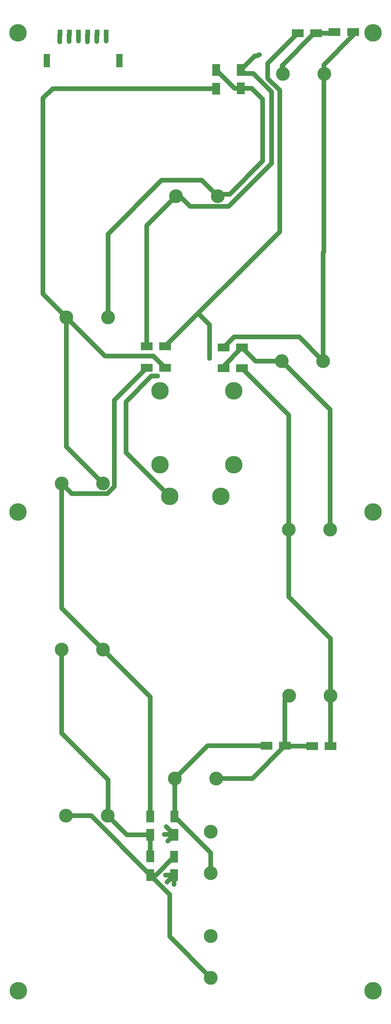
<source format=gtl>
%TF.GenerationSoftware,KiCad,Pcbnew,9.0.1*%
%TF.CreationDate,2025-04-06T17:11:13-07:00*%
%TF.ProjectId,Stationary_X_Panel,53746174-696f-46e6-9172-795f585f5061,1.6*%
%TF.SameCoordinates,Original*%
%TF.FileFunction,Copper,L1,Top*%
%TF.FilePolarity,Positive*%
%FSLAX46Y46*%
G04 Gerber Fmt 4.6, Leading zero omitted, Abs format (unit mm)*
G04 Created by KiCad (PCBNEW 9.0.1) date 2025-04-06 17:11:13*
%MOMM*%
%LPD*%
G01*
G04 APERTURE LIST*
%TA.AperFunction,ComponentPad*%
%ADD10C,2.600000*%
%TD*%
%TA.AperFunction,ConnectorPad*%
%ADD11C,3.800000*%
%TD*%
%TA.AperFunction,ComponentPad*%
%ADD12C,3.000000*%
%TD*%
%TA.AperFunction,SMDPad,CuDef*%
%ADD13R,2.500000X1.700000*%
%TD*%
%TA.AperFunction,SMDPad,CuDef*%
%ADD14R,1.700000X2.500000*%
%TD*%
%TA.AperFunction,SMDPad,CuDef*%
%ADD15R,1.100000X1.450000*%
%TD*%
%TA.AperFunction,SMDPad,CuDef*%
%ADD16R,1.350000X2.900000*%
%TD*%
%TA.AperFunction,ViaPad*%
%ADD17C,0.800000*%
%TD*%
%TA.AperFunction,Conductor*%
%ADD18C,1.000000*%
%TD*%
%TA.AperFunction,Conductor*%
%ADD19C,0.635000*%
%TD*%
G04 APERTURE END LIST*
D10*
%TO.P,H12,1,1*%
%TO.N,GND*%
X109240000Y-127760000D03*
D11*
X109240000Y-127760000D03*
%TD*%
D12*
%TO.P,SC8,1,+*%
%TO.N,Net-(D7-A)*%
X98450000Y-95070000D03*
%TO.P,SC8,2,-*%
%TO.N,Net-(D8-A)*%
X89450000Y-95070000D03*
%TD*%
D13*
%TO.P,D14,1,K*%
%TO.N,VSOLAR*%
X64150000Y-91920000D03*
%TO.P,D14,2,A*%
%TO.N,SC1-6_+*%
X60150000Y-91920000D03*
%TD*%
D14*
%TO.P,D6,1,K*%
%TO.N,Net-(D5-A)*%
X66102000Y-202450000D03*
%TO.P,D6,2,A*%
%TO.N,GND*%
X66102000Y-206450000D03*
%TD*%
D12*
%TO.P,SC2,1,+*%
%TO.N,Net-(D1-A)*%
X51750000Y-85595000D03*
%TO.P,SC2,2,-*%
%TO.N,Net-(D2-A)*%
X42750000Y-85595000D03*
%TD*%
D14*
%TO.P,D4,1,K*%
%TO.N,Net-(D3-A)*%
X60900000Y-193750000D03*
%TO.P,D4,2,A*%
%TO.N,Net-(D4-A)*%
X60900000Y-197750000D03*
%TD*%
%TO.P,D2,1,K*%
%TO.N,Net-(D1-A)*%
X75250000Y-32050000D03*
%TO.P,D2,2,A*%
%TO.N,Net-(D2-A)*%
X75250000Y-36050000D03*
%TD*%
D10*
%TO.P,H8,1,1*%
%TO.N,GND*%
X32260000Y-231510000D03*
D11*
X32260000Y-231510000D03*
%TD*%
D12*
%TO.P,SC1,1,+*%
%TO.N,SC1-6_+*%
X66525000Y-59345000D03*
%TO.P,SC1,2,-*%
%TO.N,Net-(D1-A)*%
X75525000Y-59345000D03*
%TD*%
%TO.P,SC12,1,+*%
%TO.N,Net-(D11-A)*%
X74080000Y-206030000D03*
%TO.P,SC12,2,-*%
%TO.N,GND*%
X74080000Y-197030000D03*
%TD*%
%TO.P,SC11,1,+*%
%TO.N,Net-(D10-A)*%
X75240000Y-185520000D03*
%TO.P,SC11,2,-*%
%TO.N,Net-(D11-A)*%
X66240000Y-185520000D03*
%TD*%
D13*
%TO.P,D3,1,K*%
%TO.N,Net-(D2-A)*%
X64140000Y-96520000D03*
%TO.P,D3,2,A*%
%TO.N,Net-(D3-A)*%
X60140000Y-96520000D03*
%TD*%
%TO.P,D11,1,K*%
%TO.N,Net-(D10-A)*%
X90150000Y-178430000D03*
%TO.P,D11,2,A*%
%TO.N,Net-(D11-A)*%
X86150000Y-178430000D03*
%TD*%
D14*
%TO.P,D5,1,K*%
%TO.N,Net-(D4-A)*%
X60900000Y-202400000D03*
%TO.P,D5,2,A*%
%TO.N,Net-(D5-A)*%
X60900000Y-206400000D03*
%TD*%
D12*
%TO.P,SC9,1,+*%
%TO.N,Net-(D8-A)*%
X99970000Y-131590000D03*
%TO.P,SC9,2,-*%
%TO.N,Net-(D10-K)*%
X90970000Y-131590000D03*
%TD*%
D15*
%TO.P,J2,1,1*%
%TO.N,/RBF_DETECT*%
X41365000Y-24020000D03*
%TO.P,J2,2,2*%
%TO.N,/VBATT*%
X43365000Y-24020000D03*
%TO.P,J2,3,3*%
%TO.N,/VCHRG*%
X45365000Y-24020000D03*
%TO.P,J2,4,4*%
%TO.N,/VUSB_BAT*%
X47365000Y-24020000D03*
%TO.P,J2,5,5*%
%TO.N,/PYCUBED_GND*%
X49365000Y-24020000D03*
%TO.P,J2,6,6*%
%TO.N,/PYCUBED_GNDREF*%
X51365000Y-24020000D03*
D16*
%TO.P,J2,S1,SHIELD1*%
%TO.N,unconnected-(J2-SHIELD1-PadS1)*%
X38470000Y-29995000D03*
%TO.P,J2,S2,SHIELD2*%
%TO.N,unconnected-(J2-SHIELD2-PadS2)*%
X54260000Y-29995000D03*
%TD*%
D10*
%TO.P,H9,1,1*%
%TO.N,GND*%
X32240000Y-127750000D03*
D11*
X32240000Y-127750000D03*
%TD*%
D14*
%TO.P,D1,1,K*%
%TO.N,SC1-6_+*%
X80600000Y-32000000D03*
%TO.P,D1,2,A*%
%TO.N,Net-(D1-A)*%
X80600000Y-36000000D03*
%TD*%
D10*
%TO.P,H3,1,1*%
%TO.N,GND*%
X63000000Y-117500000D03*
D11*
X63000000Y-117500000D03*
%TD*%
D13*
%TO.P,D8,1,K*%
%TO.N,Net-(D7-A)*%
X76850000Y-92120000D03*
%TO.P,D8,2,A*%
%TO.N,Net-(D8-A)*%
X80850000Y-92120000D03*
%TD*%
D12*
%TO.P,SC7,1,+*%
%TO.N,SC7-12_+*%
X89665000Y-32845000D03*
%TO.P,SC7,2,-*%
%TO.N,Net-(D7-A)*%
X98665000Y-32845000D03*
%TD*%
D10*
%TO.P,H10,1,1*%
%TO.N,GND*%
X32250000Y-24010000D03*
D11*
X32250000Y-24010000D03*
%TD*%
D10*
%TO.P,H2,1,1*%
%TO.N,GND*%
X76265000Y-124425000D03*
D11*
X76265000Y-124425000D03*
%TD*%
D12*
%TO.P,SC6,1,+*%
%TO.N,Net-(D5-A)*%
X74080000Y-228670000D03*
%TO.P,SC6,2,-*%
%TO.N,GND*%
X74080000Y-219670000D03*
%TD*%
D10*
%TO.P,H5,1,1*%
%TO.N,GND*%
X63000000Y-101500000D03*
D11*
X63000000Y-101500000D03*
%TD*%
D12*
%TO.P,SC5,1,+*%
%TO.N,Net-(D4-A)*%
X51665000Y-193595000D03*
%TO.P,SC5,2,-*%
%TO.N,Net-(D5-A)*%
X42665000Y-193595000D03*
%TD*%
D10*
%TO.P,H7,1,1*%
%TO.N,GND*%
X109240000Y-231500000D03*
D11*
X109240000Y-231500000D03*
%TD*%
D10*
%TO.P,H4,1,1*%
%TO.N,GND*%
X79000000Y-117500000D03*
D11*
X79000000Y-117500000D03*
%TD*%
D13*
%TO.P,D13,1,K*%
%TO.N,VSOLAR*%
X92915000Y-24095000D03*
%TO.P,D13,2,A*%
%TO.N,SC7-12_+*%
X96915000Y-24095000D03*
%TD*%
%TO.P,D9,1,K*%
%TO.N,Net-(D8-A)*%
X76820000Y-96590000D03*
%TO.P,D9,2,A*%
%TO.N,Net-(D10-K)*%
X80820000Y-96590000D03*
%TD*%
D14*
%TO.P,D12,1,K*%
%TO.N,Net-(D11-A)*%
X66200000Y-193700000D03*
%TO.P,D12,2,A*%
%TO.N,GND*%
X66200000Y-197700000D03*
%TD*%
D10*
%TO.P,H11,1,1*%
%TO.N,GND*%
X109260000Y-24000000D03*
D11*
X109260000Y-24000000D03*
%TD*%
D12*
%TO.P,SC4,1,+*%
%TO.N,Net-(D3-A)*%
X50665000Y-157595000D03*
%TO.P,SC4,2,-*%
%TO.N,Net-(D4-A)*%
X41665000Y-157595000D03*
%TD*%
%TO.P,SC3,1,+*%
%TO.N,Net-(D2-A)*%
X50680000Y-121595000D03*
%TO.P,SC3,2,-*%
%TO.N,Net-(D3-A)*%
X41680000Y-121595000D03*
%TD*%
D13*
%TO.P,D10,1,K*%
%TO.N,Net-(D10-K)*%
X100060000Y-178520000D03*
%TO.P,D10,2,A*%
%TO.N,Net-(D10-A)*%
X96060000Y-178520000D03*
%TD*%
D12*
%TO.P,SC10,1,+*%
%TO.N,Net-(D10-K)*%
X100020000Y-167610000D03*
%TO.P,SC10,2,-*%
%TO.N,Net-(D10-A)*%
X91020000Y-167610000D03*
%TD*%
D10*
%TO.P,H6,1,1*%
%TO.N,GND*%
X79000000Y-101500000D03*
D11*
X79000000Y-101500000D03*
%TD*%
D10*
%TO.P,H1,1,1*%
%TO.N,BURN*%
X65165000Y-124425000D03*
D11*
X65165000Y-124425000D03*
%TD*%
D13*
%TO.P,D7,1,K*%
%TO.N,SC7-12_+*%
X100915000Y-23845000D03*
%TO.P,D7,2,A*%
%TO.N,Net-(D7-A)*%
X104915000Y-23845000D03*
%TD*%
D17*
%TO.N,VSOLAR*%
X73760000Y-94500000D03*
%TO.N,GND*%
X64178000Y-206422000D03*
X66098000Y-208462000D03*
X63980000Y-197580000D03*
X64598000Y-207952000D03*
X64410000Y-195920000D03*
X64690000Y-199050000D03*
%TO.N,SC1-6_+*%
X84590000Y-28695000D03*
%TO.N,BURN*%
X62490000Y-98340000D03*
%TO.N,SC7-12_+*%
X89560000Y-31050000D03*
%TO.N,/RBF_DETECT*%
X41310000Y-25970000D03*
%TO.N,/VUSB_BAT*%
X47310000Y-25910000D03*
%TO.N,/VCHRG*%
X45300000Y-25800000D03*
%TO.N,/VBATT*%
X43340000Y-25880000D03*
%TO.N,/PYCUBED_GND*%
X49340000Y-25880000D03*
%TO.N,/PYCUBED_GNDREF*%
X51290000Y-25780000D03*
%TD*%
D18*
%TO.N,VSOLAR*%
X86440000Y-33900000D02*
X88990000Y-36450000D01*
X73760000Y-87200000D02*
X71325000Y-84765000D01*
X73760000Y-94500000D02*
X73760000Y-87200000D01*
X71325000Y-84765000D02*
X71305000Y-84765000D01*
X92915000Y-24095000D02*
X86440000Y-30570000D01*
X86440000Y-30570000D02*
X86440000Y-33900000D01*
X88990000Y-67080000D02*
X64150000Y-91920000D01*
X88990000Y-36450000D02*
X88990000Y-67080000D01*
%TO.N,GND*%
X66100000Y-206450000D02*
X64598000Y-207952000D01*
X66102000Y-206450000D02*
X66102000Y-208458000D01*
X66102000Y-206450000D02*
X64206000Y-206450000D01*
X66090000Y-197600000D02*
X64410000Y-195920000D01*
X66140000Y-197600000D02*
X64690000Y-199050000D01*
X66200000Y-197600000D02*
X64000000Y-197600000D01*
%TO.N,SC1-6_+*%
X66930000Y-58940000D02*
X64345000Y-61525000D01*
X66525000Y-59345000D02*
X64345000Y-61525000D01*
X84423319Y-28695000D02*
X84117319Y-29001000D01*
X83599000Y-29001000D02*
X80600000Y-32000000D01*
X80600000Y-32000000D02*
X81390000Y-32790000D01*
X84117319Y-29001000D02*
X83599000Y-29001000D01*
X87240000Y-36800000D02*
X87240000Y-52250000D01*
X60140000Y-91910000D02*
X60150000Y-91920000D01*
X84590000Y-28695000D02*
X84423319Y-28695000D01*
X69535000Y-61545000D02*
X66930000Y-58940000D01*
X77945000Y-61545000D02*
X69535000Y-61545000D01*
X64345000Y-61525000D02*
X60140000Y-65730000D01*
X81390000Y-32790000D02*
X83230000Y-32790000D01*
X83230000Y-32790000D02*
X87240000Y-36800000D01*
X87240000Y-52250000D02*
X77945000Y-61545000D01*
X60140000Y-65730000D02*
X60140000Y-91910000D01*
%TO.N,Net-(D1-A)*%
X79200000Y-36000000D02*
X75250000Y-32050000D01*
X78190000Y-58920000D02*
X85330000Y-51780000D01*
X85330000Y-38400000D02*
X82930000Y-36000000D01*
X80600000Y-36000000D02*
X79200000Y-36000000D01*
X85330000Y-51780000D02*
X85330000Y-38400000D01*
X75560000Y-58920000D02*
X78190000Y-58920000D01*
X51750000Y-67550000D02*
X63400000Y-55900000D01*
X82930000Y-36000000D02*
X80600000Y-36000000D01*
X51750000Y-85595000D02*
X51750000Y-67550000D01*
X63400000Y-55900000D02*
X72080000Y-55900000D01*
X72080000Y-55900000D02*
X75525000Y-59345000D01*
%TO.N,Net-(D2-A)*%
X37650000Y-80495000D02*
X37650000Y-38110000D01*
X42750000Y-85595000D02*
X51135000Y-93980000D01*
X42750000Y-85595000D02*
X37650000Y-80495000D01*
X37650000Y-38110000D02*
X39710000Y-36050000D01*
X42750000Y-113665000D02*
X50680000Y-121595000D01*
X42750000Y-85595000D02*
X42750000Y-113665000D01*
X39710000Y-36050000D02*
X75250000Y-36050000D01*
X51135000Y-93980000D02*
X61600000Y-93980000D01*
X61600000Y-93980000D02*
X64140000Y-96520000D01*
%TO.N,Net-(D10-K)*%
X90970000Y-131590000D02*
X90970000Y-146120000D01*
X100020000Y-167610000D02*
X100020000Y-178480000D01*
X90970000Y-146120000D02*
X100020000Y-155170000D01*
X90970000Y-106760000D02*
X80820000Y-96610000D01*
X100020000Y-155170000D02*
X100020000Y-167610000D01*
X80820000Y-96610000D02*
X80820000Y-96590000D01*
X100020000Y-178480000D02*
X100060000Y-178520000D01*
X90970000Y-131590000D02*
X90970000Y-106760000D01*
%TO.N,Net-(D10-A)*%
X83060000Y-185520000D02*
X75240000Y-185520000D01*
X90150000Y-178430000D02*
X90150000Y-168480000D01*
X90240000Y-178520000D02*
X90150000Y-178430000D01*
X90150000Y-168480000D02*
X91020000Y-167610000D01*
X90150000Y-178430000D02*
X83060000Y-185520000D01*
X96060000Y-178520000D02*
X90240000Y-178520000D01*
%TO.N,Net-(D11-A)*%
X66240000Y-185520000D02*
X66240000Y-193660000D01*
X73330000Y-178430000D02*
X66240000Y-185520000D01*
X66200000Y-193700000D02*
X74080000Y-201580000D01*
X74080000Y-201580000D02*
X74080000Y-206030000D01*
X86150000Y-178430000D02*
X73330000Y-178430000D01*
X66240000Y-193660000D02*
X66200000Y-193700000D01*
%TO.N,Net-(D3-A)*%
X41670000Y-121605000D02*
X41680000Y-121595000D01*
X43881000Y-123796000D02*
X51591685Y-123796000D01*
X41680000Y-121595000D02*
X43881000Y-123796000D01*
X53086000Y-122301685D02*
X53086000Y-103574000D01*
X41670000Y-148600000D02*
X41670000Y-121605000D01*
X53086000Y-103574000D02*
X60140000Y-96520000D01*
X60900000Y-167830000D02*
X50665000Y-157595000D01*
X60900000Y-193750000D02*
X60900000Y-167830000D01*
X51591685Y-123796000D02*
X53086000Y-122301685D01*
X50665000Y-157595000D02*
X41670000Y-148600000D01*
%TO.N,Net-(D4-A)*%
X41665000Y-175725000D02*
X41665000Y-158595000D01*
X60900000Y-197750000D02*
X60900000Y-202400000D01*
X51730000Y-185790000D02*
X41665000Y-175725000D01*
X55820000Y-197750000D02*
X60900000Y-197750000D01*
X51665000Y-193595000D02*
X55820000Y-197750000D01*
X51730000Y-194410000D02*
X51730000Y-185790000D01*
%TO.N,Net-(D5-A)*%
X60900000Y-206400000D02*
X62152000Y-206400000D01*
X65165000Y-210665000D02*
X60900000Y-206400000D01*
X65165000Y-219755000D02*
X74080000Y-228670000D01*
X65165000Y-210665000D02*
X65165000Y-219755000D01*
X48095000Y-193595000D02*
X60900000Y-206400000D01*
X62152000Y-206400000D02*
X66102000Y-202450000D01*
X42665000Y-193595000D02*
X48095000Y-193595000D01*
%TO.N,Net-(D7-A)*%
X104915000Y-24525000D02*
X104915000Y-23845000D01*
X93250000Y-89870000D02*
X98450000Y-95070000D01*
X98450000Y-71560000D02*
X98450000Y-95070000D01*
X79100000Y-89870000D02*
X93250000Y-89870000D01*
X98560000Y-30880000D02*
X104915000Y-24525000D01*
X98560000Y-71450000D02*
X98450000Y-71560000D01*
X76850000Y-92120000D02*
X79100000Y-89870000D01*
X98560000Y-71450000D02*
X98560000Y-30880000D01*
%TO.N,Net-(D8-A)*%
X89450000Y-95070000D02*
X83800000Y-95070000D01*
X76820000Y-96200000D02*
X76820000Y-96590000D01*
X99970000Y-105590000D02*
X89450000Y-95070000D01*
X83800000Y-95070000D02*
X80850000Y-92120000D01*
X80850000Y-92120000D02*
X80850000Y-92170000D01*
X99970000Y-131590000D02*
X99970000Y-105590000D01*
X80850000Y-92170000D02*
X76820000Y-96200000D01*
%TO.N,BURN*%
X62490000Y-98340000D02*
X61164411Y-98340000D01*
X55626000Y-103878411D02*
X55626000Y-114886000D01*
X61164411Y-98340000D02*
X55626000Y-103878411D01*
X55626000Y-114886000D02*
X65165000Y-124425000D01*
%TO.N,SC7-12_+*%
X89560000Y-31050000D02*
X89665000Y-31155000D01*
X100665000Y-24095000D02*
X100915000Y-23845000D01*
X96915000Y-24095000D02*
X100665000Y-24095000D01*
X96515000Y-24095000D02*
X96915000Y-24095000D01*
X89560000Y-32800000D02*
X89560000Y-31050000D01*
X89560000Y-31050000D02*
X96515000Y-24095000D01*
X89665000Y-31155000D02*
X89665000Y-32845000D01*
%TO.N,/RBF_DETECT*%
X41315000Y-24305000D02*
X41315000Y-25965000D01*
D19*
X41315000Y-25965000D02*
X41310000Y-25970000D01*
%TO.N,/VUSB_BAT*%
X47315000Y-25905000D02*
X47310000Y-25910000D01*
D18*
X47315000Y-24305000D02*
X47315000Y-25905000D01*
D19*
%TO.N,/VCHRG*%
X45315000Y-25785000D02*
X45300000Y-25800000D01*
D18*
X45315000Y-24305000D02*
X45315000Y-25785000D01*
D19*
%TO.N,/VBATT*%
X43315000Y-25855000D02*
X43340000Y-25880000D01*
D18*
X43315000Y-24305000D02*
X43315000Y-25855000D01*
D19*
%TO.N,/PYCUBED_GND*%
X49315000Y-25855000D02*
X49340000Y-25880000D01*
D18*
X49315000Y-24305000D02*
X49315000Y-25855000D01*
D19*
%TO.N,/PYCUBED_GNDREF*%
X51315000Y-25755000D02*
X51290000Y-25780000D01*
D18*
X51315000Y-24305000D02*
X51315000Y-25755000D01*
%TD*%
M02*

</source>
